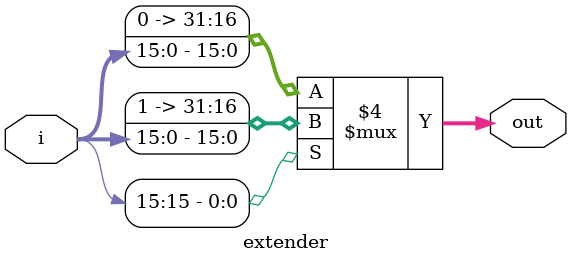
<source format=v>
module extender(out, i);
input [15:0] i;
output [31:0] out;


reg [31:0] out;

always @(i) begin
    if(i[15]==1'b0) out={16'b0000000000000000, i};
    else out={16'b1111111111111111, i};
end

endmodule
</source>
